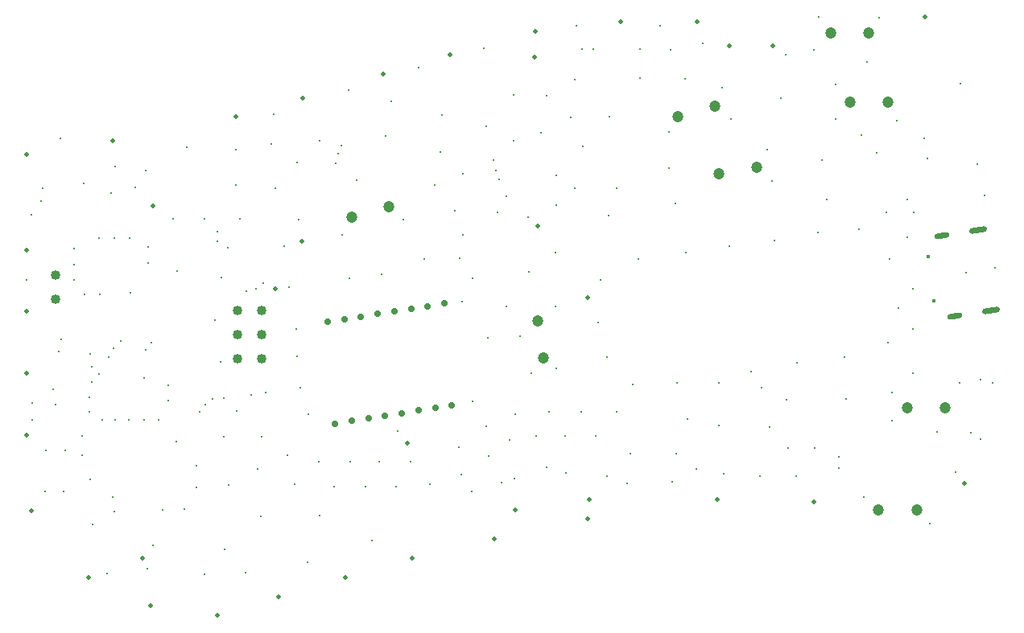
<source format=gbr>
%TF.GenerationSoftware,KiCad,Pcbnew,(6.0.10)*%
%TF.CreationDate,2023-01-19T12:38:20+01:00*%
%TF.ProjectId,QMKMouse,514d4b4d-6f75-4736-952e-6b696361645f,2.001*%
%TF.SameCoordinates,PX5c0b167PY839143b*%
%TF.FileFunction,Plated,1,4,PTH,Mixed*%
%TF.FilePolarity,Positive*%
%FSLAX46Y46*%
G04 Gerber Fmt 4.6, Leading zero omitted, Abs format (unit mm)*
G04 Created by KiCad (PCBNEW (6.0.10)) date 2023-01-19 12:38:20*
%MOMM*%
%LPD*%
G01*
G04 APERTURE LIST*
G04 Aperture macros list*
%AMHorizOval*
0 Thick line with rounded ends*
0 $1 width*
0 $2 $3 position (X,Y) of the first rounded end (center of the circle)*
0 $4 $5 position (X,Y) of the second rounded end (center of the circle)*
0 Add line between two ends*
20,1,$1,$2,$3,$4,$5,0*
0 Add two circle primitives to create the rounded ends*
1,1,$1,$2,$3*
1,1,$1,$4,$5*%
G04 Aperture macros list end*
%TA.AperFunction,ViaDrill*%
%ADD10C,0.300000*%
%TD*%
%TA.AperFunction,ViaDrill*%
%ADD11C,0.400000*%
%TD*%
%TA.AperFunction,ViaDrill*%
%ADD12C,0.500000*%
%TD*%
%TA.AperFunction,ViaDrill*%
%ADD13C,0.508000*%
%TD*%
G04 aperture for slot hole*
%TA.AperFunction,ComponentDrill*%
%ADD14HorizOval,0.600000X-0.493997X-0.077243X0.493997X0.077243X0*%
%TD*%
G04 aperture for slot hole*
%TA.AperFunction,ComponentDrill*%
%ADD15HorizOval,0.600000X-0.642197X-0.100416X0.642197X0.100416X0*%
%TD*%
%TA.AperFunction,ComponentDrill*%
%ADD16C,0.700000*%
%TD*%
%TA.AperFunction,ComponentDrill*%
%ADD17C,1.016000*%
%TD*%
%TA.AperFunction,ComponentDrill*%
%ADD18C,1.200000*%
%TD*%
G04 APERTURE END LIST*
D10*
X1500000Y36800000D03*
X2000002Y43700000D03*
X2100002Y23900000D03*
X2100002Y22100000D03*
X3000000Y45100000D03*
X3200002Y46500000D03*
X3399996Y14600000D03*
X3500000Y18899998D03*
X4300000Y25300000D03*
X4500002Y23700000D03*
X4900000Y29300000D03*
X5000000Y51700000D03*
X5100000Y30600000D03*
X5399995Y14600000D03*
X5500002Y18899998D03*
X6499995Y40099996D03*
X6499995Y38399994D03*
X6499995Y36799995D03*
X7300000Y20400000D03*
X7300000Y18400000D03*
X7500000Y47000000D03*
X7599996Y35299995D03*
X8100000Y24500000D03*
X8100000Y22900000D03*
X8200000Y29000000D03*
X8200002Y15800000D03*
X8299997Y27699995D03*
X8299997Y26099996D03*
X8400000Y11100000D03*
X9099993Y41199994D03*
X9100000Y26900000D03*
X9199995Y35299995D03*
X9399995Y22099994D03*
X9900000Y5900000D03*
X10099980Y28699942D03*
X10400000Y46000000D03*
X10500000Y14000000D03*
X10600000Y29600000D03*
X10699994Y41199994D03*
X10700000Y12400000D03*
X10800002Y48800000D03*
X10800002Y22100000D03*
X11400000Y30400000D03*
X12200002Y22100000D03*
X12299996Y41199994D03*
X12400000Y35500000D03*
X12900000Y46600000D03*
X13800000Y26500000D03*
X13800000Y22100000D03*
X14000000Y48300000D03*
X14000000Y29500000D03*
X14200000Y6400000D03*
X14299995Y40299995D03*
X14299995Y38599994D03*
X14599997Y30199995D03*
X14800002Y8900000D03*
X15399995Y22099994D03*
X15799992Y12599995D03*
X16400000Y25700000D03*
X16400000Y24100000D03*
X16900000Y43300000D03*
X17200002Y19800000D03*
X17299997Y37799995D03*
X18099992Y12699995D03*
X18300000Y50800000D03*
X19300000Y17300000D03*
X19300000Y15000000D03*
X19700002Y22900000D03*
X20200000Y43300000D03*
X20200000Y5800000D03*
X20300000Y23700000D03*
X21000002Y24300000D03*
X21299996Y32599996D03*
X21500000Y41900000D03*
X21500000Y40900000D03*
X21900000Y28200000D03*
X21999995Y37099994D03*
X22200000Y24400000D03*
X22200000Y20300000D03*
X22300002Y8500000D03*
X22600000Y40200000D03*
X22700000Y15200000D03*
X23500002Y50500000D03*
X23500002Y46800000D03*
X23600002Y23000000D03*
X23900000Y43300000D03*
X24500000Y6000000D03*
X24600000Y35650000D03*
X25100000Y24700000D03*
X25600000Y35900000D03*
X25800000Y16900000D03*
X26100002Y11900000D03*
X26200002Y20300000D03*
X26400000Y36500000D03*
X26600000Y25000000D03*
X27200000Y51100000D03*
X27500002Y54300000D03*
X27600000Y46500000D03*
X28600002Y40400000D03*
X28900000Y18400000D03*
X29100000Y36100000D03*
X29700000Y15300000D03*
X29800000Y31700000D03*
X29900002Y49200000D03*
X29900002Y28800000D03*
X30100000Y43200000D03*
X30300000Y25500000D03*
X31000000Y7100000D03*
X31100000Y22700000D03*
X32200000Y17700000D03*
X32300000Y51500000D03*
X32300000Y12000000D03*
X33800002Y15100000D03*
X34000000Y49100000D03*
X34200000Y50100000D03*
X34600000Y51000000D03*
X34700000Y41600000D03*
X35300000Y56800000D03*
X35400000Y37000000D03*
X35500000Y17700000D03*
X36200002Y47300000D03*
X37100000Y15100000D03*
X37800000Y9400000D03*
X38600000Y17700000D03*
X38800002Y37400000D03*
X39200000Y52000000D03*
X39800000Y55600000D03*
X40300000Y15100000D03*
X40500000Y20900000D03*
X41100000Y43200000D03*
X41900000Y17700000D03*
X42700002Y59200000D03*
X43300000Y39000000D03*
X43900002Y15300000D03*
X44400000Y46800000D03*
X45000000Y50300000D03*
X45200002Y54200000D03*
X46500002Y44100000D03*
X46900000Y19200000D03*
X47000000Y39100000D03*
X47200000Y16300000D03*
X47300000Y34500000D03*
X47400000Y48000000D03*
X47400000Y41600000D03*
X48300000Y14600000D03*
X48400000Y37000000D03*
X48400000Y24000000D03*
X49600000Y61200000D03*
X49800000Y53000000D03*
X49800000Y21400000D03*
X50000000Y30700000D03*
X50100000Y18300000D03*
X50600000Y49400000D03*
X50800000Y48300000D03*
X51000000Y43900000D03*
X51200000Y47400000D03*
X51400000Y15500000D03*
X51900000Y45600000D03*
X51900000Y34000000D03*
X52300000Y20000000D03*
X52700000Y56300000D03*
X52700000Y51500000D03*
X52800002Y15900000D03*
X52900002Y22700000D03*
X53400000Y30900000D03*
X54200000Y43400000D03*
X54300000Y37700000D03*
X54600000Y27000000D03*
X55100000Y20400000D03*
X55600000Y52300000D03*
X56200000Y56200000D03*
X56200000Y17100000D03*
X56400000Y22900000D03*
X57100000Y39700000D03*
X57100000Y34000000D03*
X57200000Y47800000D03*
X57200000Y44700000D03*
X57200000Y27500000D03*
X58100000Y20400000D03*
X58200000Y16500000D03*
X58700000Y53900000D03*
X59100002Y57900000D03*
X59100002Y46500000D03*
X59300000Y63600000D03*
X59800000Y22900000D03*
X59899998Y61100002D03*
X60000000Y50900000D03*
X61099998Y61100002D03*
X61300000Y20400000D03*
X61600002Y32300000D03*
X61800002Y36800000D03*
X62500000Y28700000D03*
X62500000Y16200000D03*
X62700000Y43600000D03*
X62800000Y54000000D03*
X63500000Y46500000D03*
X63500000Y22900000D03*
X64600000Y15400000D03*
X65000000Y18500000D03*
X65200000Y25800000D03*
X65800000Y39000000D03*
X66000000Y61100000D03*
X66000000Y58100000D03*
X68100002Y63600000D03*
X69000000Y52400000D03*
X69000000Y48600000D03*
X69200000Y61000000D03*
X69400002Y15600000D03*
X69700000Y44900000D03*
X69800000Y18500000D03*
X69900000Y26000000D03*
X70700000Y58000000D03*
X70800000Y39700000D03*
X71000000Y22200000D03*
X71900002Y16900000D03*
X72600000Y61700000D03*
X74300002Y26000000D03*
X74300002Y21500000D03*
X74600000Y57100000D03*
X74800000Y16400000D03*
X75400000Y40400000D03*
X75600002Y53800000D03*
X77700000Y27200000D03*
X78600000Y16200000D03*
X78800000Y25500000D03*
X79400002Y50500000D03*
X79600000Y21300000D03*
X79900000Y47200000D03*
X80100000Y41000000D03*
X80800002Y56000000D03*
X81300000Y60500000D03*
X81400000Y24200000D03*
X81600000Y19100000D03*
X82400000Y16200000D03*
X82500000Y28100000D03*
X84300000Y61000000D03*
X84400000Y19100000D03*
X84700000Y41800000D03*
X84800000Y64500000D03*
X85100000Y49400000D03*
X85600000Y45300000D03*
X86600000Y57400000D03*
X86600000Y53800000D03*
X86900000Y18200000D03*
X86900000Y17000000D03*
X87500000Y28700000D03*
X87700000Y24300000D03*
X89000000Y42200000D03*
X89300000Y52100000D03*
X89500000Y14000000D03*
X89900000Y59800000D03*
X90900002Y50200000D03*
X91100000Y64400000D03*
X91900000Y43900000D03*
X92100002Y30200000D03*
X92200002Y39000000D03*
X92500000Y25000000D03*
X92500000Y22000000D03*
X93000000Y53600000D03*
X93200000Y33900000D03*
X94100000Y45300000D03*
X94100000Y41300000D03*
X94700002Y35900000D03*
X94700002Y31700000D03*
X94700002Y27000000D03*
X94800002Y43900000D03*
X95900002Y51700000D03*
X96200000Y49600000D03*
X96500000Y11200000D03*
X97200002Y20800000D03*
X99200000Y16600000D03*
X99600000Y26000000D03*
X99700002Y57500000D03*
X100300000Y37600000D03*
X100800000Y20700000D03*
X101500000Y49000000D03*
X101800000Y26300000D03*
X101800000Y20100000D03*
X102200000Y45700000D03*
X103100000Y26000000D03*
X103300000Y38100000D03*
D11*
X96300000Y39300000D03*
X96897071Y34617947D03*
D12*
X13700000Y7500000D03*
X14741422Y44600000D03*
X27600000Y35900000D03*
X30400000Y40900000D03*
X41500000Y19600000D03*
X52900002Y12600000D03*
X54900000Y60300000D03*
X55200000Y42500000D03*
X60500002Y35000000D03*
X60652102Y13700000D03*
D13*
X1500000Y50000000D03*
X1500000Y40000000D03*
X1500000Y33500000D03*
X1500000Y27000000D03*
X1500000Y20500000D03*
X2000002Y12500000D03*
X8000000Y5500000D03*
X10500000Y51500000D03*
X14500000Y2500000D03*
X21500000Y1500000D03*
X23500002Y54000000D03*
X28000000Y3500000D03*
X30500000Y56000000D03*
X35000002Y5500000D03*
X39000000Y58500000D03*
X42000000Y7500000D03*
X46000000Y60500000D03*
X50700000Y9600000D03*
X55000000Y63000000D03*
X60500002Y11700000D03*
X64000000Y64000000D03*
X72000000Y64000000D03*
X74100002Y13699998D03*
X75400000Y61500000D03*
X80000000Y61500000D03*
X84300002Y13500000D03*
X96000002Y64500000D03*
X100100000Y15400000D03*
D14*
%TO.C,USB.J.3*%
X97771224Y41516081D03*
X99105984Y32979806D03*
D15*
X101550307Y42106991D03*
X102885066Y33570717D03*
D16*
%TO.C,MOS.U.2*%
X33128761Y32411149D03*
X33903436Y21702262D03*
X34885415Y32685825D03*
X35660090Y21976942D03*
X36642071Y32960501D03*
X37416746Y22251617D03*
X38398732Y33235179D03*
X39173396Y22526293D03*
X40155380Y33509854D03*
X40930055Y22800971D03*
X41912036Y33784530D03*
X42686712Y23075647D03*
X43668690Y34059207D03*
X44443364Y23350327D03*
X45425345Y34333883D03*
X46200021Y23625001D03*
D17*
%TO.C,MCU.J.4*%
X4500002Y37340000D03*
X4500002Y34800000D03*
%TO.C,MCU.J.1*%
X23659997Y33579994D03*
X23659997Y31039994D03*
X23659997Y28499994D03*
X26199997Y33579994D03*
X26199997Y31039994D03*
X26199997Y28499994D03*
D18*
%TO.C,BTN.SW.7*%
X35701392Y43427518D03*
X39548608Y44522481D03*
%TO.C,BTN.SW.6*%
X55241033Y32525993D03*
X55858975Y28574012D03*
%TO.C,BTN.SW.5*%
X70001392Y54027517D03*
X73848608Y55122480D03*
%TO.C,BTN.SW.8*%
X74324002Y48041034D03*
X78275983Y48658975D03*
%TO.C,BTN.SW.4*%
X86074997Y62850004D03*
%TO.C,LBS.SW.1*%
X88074998Y55550000D03*
%TO.C,BTN.SW.4*%
X90075000Y62850004D03*
%TO.C,BTN.SW.3*%
X91088935Y12597008D03*
%TO.C,LBS.SW.1*%
X92075000Y55550000D03*
%TO.C,LBS.SW.2*%
X94074997Y23400000D03*
%TO.C,BTN.SW.3*%
X95088937Y12597008D03*
%TO.C,LBS.SW.2*%
X98075000Y23400000D03*
M02*

</source>
